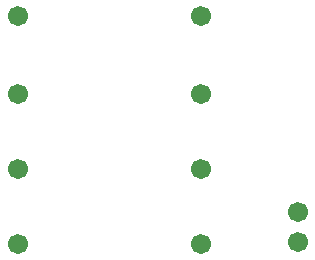
<source format=gts>
G04 Layer: TopSolderMaskLayer*
G04 EasyEDA v6.5.46, 2025-03-27 13:21:17*
G04 704521dcdfe345978b60cab35befc636,6aa7a9a2d1144d06b9832bf800529d21,10*
G04 Gerber Generator version 0.2*
G04 Scale: 100 percent, Rotated: No, Reflected: No *
G04 Dimensions in millimeters *
G04 leading zeros omitted , absolute positions ,4 integer and 5 decimal *
%FSLAX45Y45*%
%MOMM*%

%ADD10C,1.7016*%

%LPD*%
D10*
G01*
X1079195Y2209800D03*
G01*
X2629204Y2209800D03*
G01*
X1079195Y1549400D03*
G01*
X2629204Y1549400D03*
G01*
X1079195Y914400D03*
G01*
X2629204Y914400D03*
G01*
X1079195Y279400D03*
G01*
X2629204Y279400D03*
G01*
X3454400Y546100D03*
G01*
X3454400Y292100D03*
M02*

</source>
